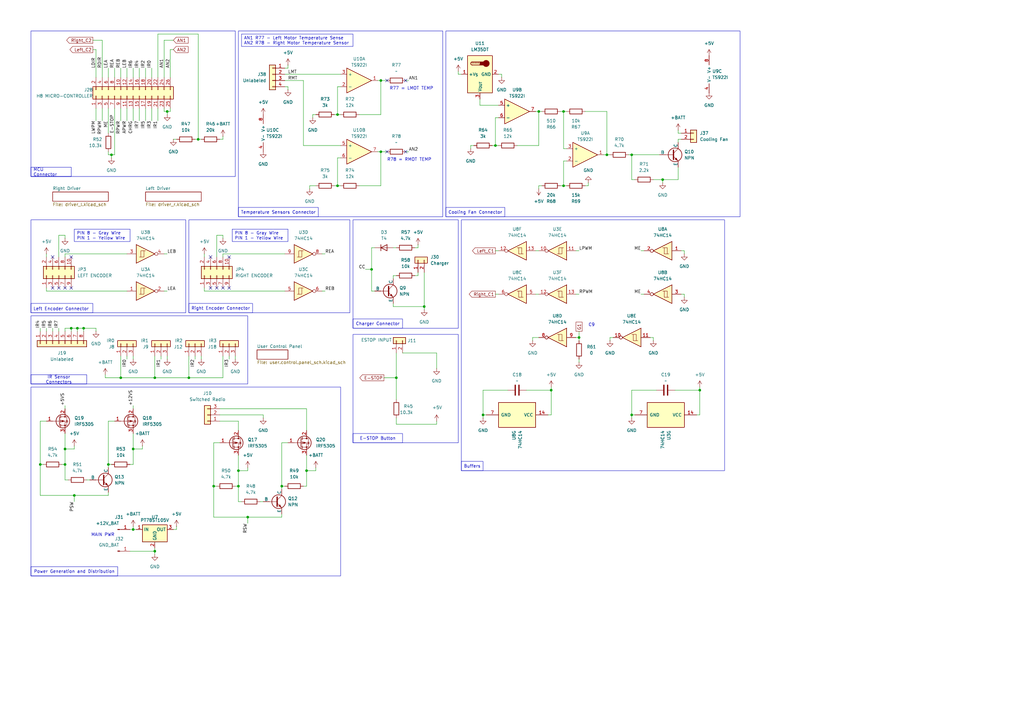
<source format=kicad_sch>
(kicad_sch (version 20250114) (generator "eeschema") (generator_version "9.0")
  (paper "A3")
  (title_block (title "Pioneer 3-DX Motor Control Board") (date "2025-02-20") (rev "INDEV") (company "CC0-1.0 License") (comment 1 "ELC1587 - REV.H 11/03") (comment 2 "Copyright (c) 2003 ActivMedia Robotics, LLC"))
  (rectangle (start 144.78 137.16) (end 187.96 181.61))
  (rectangle (start 144.78 90.17) (end 187.96 134.62))
  (rectangle (start 12.7 90.17) (end 76.2 128.27))
  (rectangle (start 182.88 12.7) (end 303.53 88.9))
  (rectangle (start 12.7 129.54) (end 101.6 157.48))
  (rectangle (start 97.79 12.7) (end 181.61 88.9))
  (rectangle (start 12.7 158.75) (end 139.7 236.22))
  (rectangle (start 189.23 90.17) (end 297.18 193.04))
  (rectangle (start 12.7 12.7) (end 96.52 72.39))
  (rectangle (start 77.47 90.17) (end 143.51 128.27))
  (text "R78 = RMOT TEMP" (at 158.75 66.294 0) (effects (font (size 1.27 1.27)) (justify left bottom)))
  (text "MAIN PWR\n" (at 42.164 219.456 0) (effects (font (size 1.27 1.27))))
  (text "R77 = LMOT TEMP" (at 159.766 37.084 0) (effects (font (size 1.27 1.27)) (justify left bottom)))
  (text "C9" (at 241.3 133.35 0) (effects (font (size 1.27 1.27)) (justify left)))
  (text_box "MCU Connector\n" (at 12.7 68.58 0) (size 16.51 3.81) (margins 0.9525 0.9525 0.9525 0.9525) (effects (font (size 1.27 1.27)) (justify left)))
  (text_box "IR Sensor Connectors" (at 12.7 153.67 0) (size 22.86 3.81) (margins 0.9525 0.9525 0.9525 0.9525) (effects (font (size 1.27 1.27))))
  (text_box "Buffers" (at 189.23 189.23 0) (size 8.89 3.81) (margins 0.9525 0.9525 0.9525 0.9525) (effects (font (size 1.27 1.27)) (justify left)))
  (text_box "E-STOP Button" (at 144.78 177.8 0) (size 20.32 3.81) (margins 0.9525 0.9525 0.9525 0.9525) (effects (font (size 1.27 1.27))))
  (text_box "Right Encoder Connector\n" (at 77.47 124.46 0) (size 26.1232 3.81) (margins 0.9525 0.9525 0.9525 0.9525) (effects (font (size 1.27 1.27)) (justify left)))
  (text_box "AN1 R77 - Left Motor Temperature Sense\nAN2 R78 - Right Motor Temperature Sensor " (at 99.06 13.97 0) (size 45.72 5.08) (margins 0.9525 0.9525 0.9525 0.9525) (effects (font (size 1.27 1.27)) (justify left)))
  (text_box "PIN 8 - Gray Wire\nPIN 1 - Yellow Wire" (at 95.25 93.98 0) (size 22.86 5.08) (margins 0.9525 0.9525 0.9525 0.9525) (effects (font (size 1.27 1.27)) (justify left)))
  (text_box "Cooling Fan Connector\n" (at 182.88 85.09 0) (size 24.1879 3.81) (margins 0.9525 0.9525 0.9525 0.9525) (effects (font (size 1.27 1.27)) (justify left)))
  (text_box "Power Generation and Distribution" (at 12.7 232.41 0) (size 35.56 3.81) (margins 0.9525 0.9525 0.9525 0.9525) (effects (font (size 1.27 1.27))))
  (text_box "Left Encoder Connector" (at 12.7 124.46 0) (size 25.4 3.81) (margins 0.9525 0.9525 0.9525 0.9525) (effects (font (size 1.27 1.27)) (justify left bottom)))
  (text_box "Temperature Sensors Connector\n" (at 97.79 85.09 0) (size 32.7756 3.81) (margins 0.9525 0.9525 0.9525 0.9525) (effects (font (size 1.27 1.27)) (justify left)))
  (text_box "PIN 8 - Gray Wire\nPIN 1 - Yellow Wire" (at 30.48 93.98 0) (size 22.86 5.08) (margins 0.9525 0.9525 0.9525 0.9525) (effects (font (size 1.27 1.27)) (justify left)))
  (text_box "Charger Connector\n" (at 144.78 130.81 0) (size 20.32 3.81) (margins 0.9525 0.9525 0.9525 0.9525) (effects (font (size 1.27 1.27))))
  (junction (at 49.53 154.94))
  (junction (at 220.98 45.72))
  (junction (at 115.57 199.39))
  (junction (at 97.79 199.39))
  (junction (at 54.61 184.15))
  (junction (at 26.67 190.5))
  (junction (at 162.56 154.94))
  (junction (at 68.58 45.72))
  (junction (at 173.99 125.73))
  (junction (at 97.79 193.04))
  (junction (at 31.75 134.62))
  (junction (at 63.5 226.06))
  (junction (at 77.47 154.94))
  (junction (at 152.4 110.49))
  (junction (at 231.14 76.2))
  (junction (at 138.43 76.2))
  (junction (at 45.72 63.5))
  (junction (at 26.67 184.15))
  (junction (at 30.48 203.2))
  (junction (at 138.43 46.99))
  (junction (at 63.5 154.94))
  (junction (at 259.08 63.5))
  (junction (at 156.21 62.23))
  (junction (at 287.02 160.02))
  (junction (at 44.45 190.5))
  (junction (at 259.08 170.18))
  (junction (at 125.73 193.04))
  (junction (at 248.92 63.5))
  (junction (at 87.63 199.39))
  (junction (at 203.2 59.69))
  (junction (at 226.06 160.02))
  (junction (at 237.49 138.43))
  (junction (at 29.21 134.62))
  (junction (at 54.61 217.17))
  (junction (at 81.28 57.15))
  (junction (at 156.21 33.02))
  (junction (at 16.51 190.5))
  (junction (at 101.6 212.09))
  (junction (at 34.29 134.62))
  (junction (at 198.12 170.18))
  (junction (at 231.14 45.72))
  (junction (at 271.78 73.66))
  (no_connect (at 91.44 118.11))
  (no_connect (at 21.59 118.11))
  (no_connect (at 29.21 118.11))
  (no_connect (at 158.75 62.23))
  (no_connect (at 24.13 118.11))
  (no_connect (at 21.59 105.41))
  (no_connect (at 93.98 118.11))
  (no_connect (at 158.75 33.02))
  (no_connect (at 29.21 105.41))
  (no_connect (at 93.98 105.41))
  (no_connect (at 88.9 118.11))
  (no_connect (at 166.37 33.02))
  (no_connect (at 86.36 118.11))
  (no_connect (at 86.36 105.41))
  (no_connect (at 166.37 62.23))
  (no_connect (at 26.67 118.11))
  (wire (pts (xy 49.53 146.05) (xy 49.53 154.94)))
  (wire (pts (xy 69.85 45.72) (xy 69.85 44.45)))
  (wire (pts (xy 187.96 29.21) (xy 187.96 30.48)))
  (wire (pts (xy 152.4 101.6) (xy 152.4 110.49)))
  (wire (pts (xy 220.98 120.65) (xy 219.71 120.65)))
  (wire (pts (xy 31.75 134.62) (xy 31.75 135.89)))
  (wire (pts (xy 24.13 96.52) (xy 26.67 96.52)))
  (wire (pts (xy 138.43 64.77) (xy 138.43 76.2)))
  (wire (pts (xy 171.45 100.33) (xy 171.45 101.6)))
  (wire (pts (xy 203.2 48.26) (xy 203.2 59.69)))
  (wire (pts (xy 161.29 114.3) (xy 161.29 113.03)))
  (wire (pts (xy 91.44 105.41) (xy 91.44 104.14)))
  (wire (pts (xy 26.67 166.37) (xy 26.67 167.64)))
  (wire (pts (xy 226.06 158.75) (xy 226.06 160.02)))
  (wire (pts (xy 53.34 226.06) (xy 63.5 226.06)))
  (wire (pts (xy 54.61 184.15) (xy 54.61 190.5)))
  (wire (pts (xy 267.97 138.43) (xy 267.97 139.7)))
  (wire (pts (xy 229.87 45.72) (xy 231.14 45.72)))
  (wire (pts (xy 80.01 147.32) (xy 80.01 146.05)))
  (wire (pts (xy 204.47 30.48) (xy 205.74 30.48)))
  (wire (pts (xy 125.73 199.39) (xy 124.46 199.39)))
  (wire (pts (xy 203.2 48.26) (xy 204.47 48.26)))
  (wire (pts (xy 193.04 59.69) (xy 194.31 59.69)))
  (wire (pts (xy 203.2 120.65) (xy 204.47 120.65)))
  (wire (pts (xy 259.08 63.5) (xy 270.51 63.5)))
  (wire (pts (xy 161.29 125.73) (xy 161.29 124.46)))
  (wire (pts (xy 54.61 190.5) (xy 53.34 190.5)))
  (wire (pts (xy 166.37 33.02) (xy 167.64 33.02)))
  (wire (pts (xy 64.77 13.97) (xy 81.28 13.97)))
  (wire (pts (xy 35.56 196.85) (xy 36.83 196.85)))
  (wire (pts (xy 64.77 31.75) (xy 64.77 13.97)))
  (wire (pts (xy 115.57 181.61) (xy 118.11 181.61)))
  (wire (pts (xy 24.13 96.52) (xy 24.13 105.41)))
  (wire (pts (xy 77.47 146.05) (xy 77.47 154.94)))
  (wire (pts (xy 97.79 172.72) (xy 97.79 176.53)))
  (wire (pts (xy 125.73 193.04) (xy 125.73 199.39)))
  (wire (pts (xy 39.37 135.89) (xy 39.37 134.62)))
  (wire (pts (xy 262.89 120.65) (xy 264.16 120.65)))
  (wire (pts (xy 237.49 139.7) (xy 237.49 138.43)))
  (wire (pts (xy 63.5 154.94) (xy 77.47 154.94)))
  (wire (pts (xy 90.17 57.15) (xy 91.44 57.15)))
  (wire (pts (xy 115.57 181.61) (xy 115.57 199.39)))
  (wire (pts (xy 171.45 113.03) (xy 170.18 113.03)))
  (wire (pts (xy 43.18 154.94) (xy 49.53 154.94)))
  (wire (pts (xy 68.58 119.38) (xy 67.31 119.38)))
  (wire (pts (xy 240.03 45.72) (xy 248.92 45.72)))
  (wire (pts (xy 196.85 43.18) (xy 196.85 40.64)))
  (wire (pts (xy 259.08 171.45) (xy 259.08 170.18)))
  (wire (pts (xy 248.92 45.72) (xy 248.92 63.5)))
  (wire (pts (xy 19.05 119.38) (xy 52.07 119.38)))
  (wire (pts (xy 237.49 102.87) (xy 236.22 102.87)))
  (wire (pts (xy 39.37 44.45) (xy 39.37 49.53)))
  (wire (pts (xy 278.13 54.61) (xy 278.13 53.34)))
  (wire (pts (xy 107.95 171.45) (xy 107.95 170.18)))
  (wire (pts (xy 54.61 217.17) (xy 55.88 217.17)))
  (wire (pts (xy 54.61 147.32) (xy 54.61 146.05)))
  (wire (pts (xy 231.14 66.04) (xy 232.41 66.04)))
  (wire (pts (xy 127 76.2) (xy 129.54 76.2)))
  (wire (pts (xy 16.51 190.5) (xy 17.78 190.5)))
  (wire (pts (xy 26.67 184.15) (xy 30.48 184.15)))
  (wire (pts (xy 257.81 63.5) (xy 259.08 63.5)))
  (wire (pts (xy 241.3 74.93) (xy 241.3 76.2)))
  (wire (pts (xy 279.4 57.15) (xy 278.13 57.15)))
  (wire (pts (xy 237.49 120.65) (xy 236.22 120.65)))
  (wire (pts (xy 26.67 104.14) (xy 52.07 104.14)))
  (wire (pts (xy 49.53 44.45) (xy 49.53 49.53)))
  (wire (pts (xy 266.7 138.43) (xy 267.97 138.43)))
  (wire (pts (xy 41.91 49.53) (xy 41.91 44.45)))
  (wire (pts (xy 26.67 135.89) (xy 26.67 134.62)))
  (wire (pts (xy 138.43 46.99) (xy 137.16 46.99)))
  (wire (pts (xy 81.28 57.15) (xy 81.28 13.97)))
  (wire (pts (xy 83.82 104.14) (xy 83.82 105.41)))
  (wire (pts (xy 57.15 27.94) (xy 57.15 31.75)))
  (wire (pts (xy 26.67 177.8) (xy 26.67 184.15)))
  (wire (pts (xy 106.68 205.74) (xy 107.95 205.74)))
  (wire (pts (xy 237.49 138.43) (xy 237.49 135.89)))
  (wire (pts (xy 68.58 104.14) (xy 67.31 104.14)))
  (wire (pts (xy 31.75 134.62) (xy 34.29 134.62)))
  (wire (pts (xy 71.12 20.32) (xy 69.85 20.32)))
  (wire (pts (xy 16.51 134.62) (xy 16.51 135.89)))
  (wire (pts (xy 64.77 49.53) (xy 64.77 44.45)))
  (wire (pts (xy 124.46 59.69) (xy 124.46 33.02)))
  (wire (pts (xy 208.28 160.02) (xy 198.12 160.02)))
  (wire (pts (xy 97.79 199.39) (xy 97.79 205.74)))
  (wire (pts (xy 88.9 96.52) (xy 88.9 105.41)))
  (wire (pts (xy 278.13 68.58) (xy 278.13 73.66)))
  (wire (pts (xy 241.3 76.2) (xy 240.03 76.2)))
  (wire (pts (xy 52.07 147.32) (xy 52.07 146.05)))
  (wire (pts (xy 118.11 27.94) (xy 116.84 27.94)))
  (wire (pts (xy 220.98 45.72) (xy 219.71 45.72)))
  (wire (pts (xy 259.08 73.66) (xy 260.35 73.66)))
  (wire (pts (xy 149.86 110.49) (xy 152.4 110.49)))
  (wire (pts (xy 204.47 59.69) (xy 203.2 59.69)))
  (wire (pts (xy 125.73 193.04) (xy 129.54 193.04)))
  (wire (pts (xy 30.48 203.2) (xy 30.48 205.74)))
  (wire (pts (xy 87.63 199.39) (xy 87.63 212.09)))
  (wire (pts (xy 116.84 33.02) (xy 124.46 33.02)))
  (wire (pts (xy 69.85 20.32) (xy 69.85 31.75)))
  (wire (pts (xy 212.09 59.69) (xy 220.98 59.69)))
  (wire (pts (xy 278.13 57.15) (xy 278.13 58.42)))
  (wire (pts (xy 115.57 199.39) (xy 116.84 199.39)))
  (wire (pts (xy 34.29 135.89) (xy 34.29 134.62)))
  (wire (pts (xy 287.02 170.18) (xy 287.02 160.02)))
  (wire (pts (xy 231.14 60.96) (xy 231.14 45.72)))
  (wire (pts (xy 90.17 167.64) (xy 125.73 167.64)))
  (wire (pts (xy 91.44 104.14) (xy 116.84 104.14)))
  (wire (pts (xy 27.94 196.85) (xy 26.67 196.85)))
  (wire (pts (xy 19.05 134.62) (xy 19.05 135.89)))
  (wire (pts (xy 45.72 63.5) (xy 44.45 63.5)))
  (wire (pts (xy 220.98 59.69) (xy 220.98 45.72)))
  (wire (pts (xy 231.14 76.2) (xy 232.41 76.2)))
  (wire (pts (xy 154.94 62.23) (xy 156.21 62.23)))
  (wire (pts (xy 26.67 184.15) (xy 26.67 190.5)))
  (wire (pts (xy 156.21 33.02) (xy 154.94 33.02)))
  (wire (pts (xy 156.21 33.02) (xy 158.75 33.02)))
  (wire (pts (xy 53.34 217.17) (xy 54.61 217.17)))
  (wire (pts (xy 38.1 16.51) (xy 41.91 16.51)))
  (wire (pts (xy 250.19 138.43) (xy 251.46 138.43)))
  (wire (pts (xy 198.12 160.02) (xy 198.12 170.18)))
  (wire (pts (xy 118.11 35.56) (xy 116.84 35.56)))
  (wire (pts (xy 41.91 16.51) (xy 41.91 31.75)))
  (wire (pts (xy 91.44 96.52) (xy 91.44 97.79)))
  (wire (pts (xy 179.07 144.78) (xy 179.07 151.13)))
  (wire (pts (xy 118.11 36.83) (xy 118.11 35.56)))
  (wire (pts (xy 30.48 184.15) (xy 30.48 182.88)))
  (wire (pts (xy 67.31 45.72) (xy 68.58 45.72)))
  (wire (pts (xy 262.89 102.87) (xy 264.16 102.87)))
  (wire (pts (xy 68.58 46.99) (xy 68.58 45.72)))
  (wire (pts (xy 118.11 26.67) (xy 118.11 27.94)))
  (wire (pts (xy 271.78 73.66) (xy 278.13 73.66)))
  (wire (pts (xy 21.59 134.62) (xy 21.59 135.89)))
  (wire (pts (xy 287.02 170.18) (xy 285.75 170.18)))
  (wire (pts (xy 196.85 43.18) (xy 204.47 43.18)))
  (wire (pts (xy 71.12 16.51) (xy 67.31 16.51)))
  (wire (pts (xy 99.06 205.74) (xy 97.79 205.74)))
  (wire (pts (xy 278.13 54.61) (xy 279.4 54.61)))
  (wire (pts (xy 219.71 102.87) (xy 220.98 102.87)))
  (wire (pts (xy 166.37 62.23) (xy 167.64 62.23)))
  (wire (pts (xy 101.6 212.09) (xy 115.57 212.09)))
  (wire (pts (xy 44.45 27.94) (xy 44.45 31.75)))
  (wire (pts (xy 139.7 76.2) (xy 138.43 76.2)))
  (wire (pts (xy 215.9 160.02) (xy 226.06 160.02)))
  (wire (pts (xy 93.98 147.32) (xy 93.98 146.05)))
  (wire (pts (xy 67.31 44.45) (xy 67.31 45.72)))
  (wire (pts (xy 259.08 63.5) (xy 259.08 73.66)))
  (wire (pts (xy 49.53 27.94) (xy 49.53 31.75)))
  (wire (pts (xy 203.2 59.69) (xy 201.93 59.69)))
  (wire (pts (xy 101.6 212.09) (xy 101.6 214.63)))
  (wire (pts (xy 162.56 154.94) (xy 162.56 163.83)))
  (wire (pts (xy 44.45 172.72) (xy 46.99 172.72)))
  (wire (pts (xy 71.12 217.17) (xy 72.39 217.17)))
  (wire (pts (xy 156.21 46.99) (xy 156.21 33.02)))
  (wire (pts (xy 83.82 119.38) (xy 116.84 119.38)))
  (wire (pts (xy 80.01 57.15) (xy 81.28 57.15)))
  (wire (pts (xy 220.98 76.2) (xy 222.25 76.2)))
  (wire (pts (xy 97.79 193.04) (xy 101.6 193.04)))
  (wire (pts (xy 152.4 110.49) (xy 152.4 119.38)))
  (wire (pts (xy 124.46 59.69) (xy 139.7 59.69)))
  (wire (pts (xy 87.63 181.61) (xy 90.17 181.61)))
  (wire (pts (xy 24.13 134.62) (xy 24.13 135.89)))
  (wire (pts (xy 62.23 27.94) (xy 62.23 31.75)))
  (wire (pts (xy 129.54 191.77) (xy 129.54 193.04)))
  (wire (pts (xy 128.27 46.99) (xy 129.54 46.99)))
  (wire (pts (xy 29.21 134.62) (xy 29.21 135.89)))
  (wire (pts (xy 97.79 199.39) (xy 96.52 199.39)))
  (wire (pts (xy 63.5 227.33) (xy 63.5 226.06)))
  (wire (pts (xy 179.07 144.78) (xy 165.1 144.78)))
  (wire (pts (xy 173.99 125.73) (xy 173.99 111.76)))
  (wire (pts (xy 267.97 73.66) (xy 271.78 73.66)))
  (wire (pts (xy 279.4 120.65) (xy 280.67 120.65)))
  (wire (pts (xy 44.45 44.45) (xy 44.45 54.61)))
  (wire (pts (xy 138.43 64.77) (xy 139.7 64.77)))
  (wire (pts (xy 205.74 30.48) (xy 205.74 31.75)))
  (wire (pts (xy 161.29 113.03) (xy 162.56 113.03)))
  (wire (pts (xy 66.04 147.32) (xy 66.04 146.05)))
  (wire (pts (xy 203.2 102.87) (xy 204.47 102.87)))
  (wire (pts (xy 173.99 125.73) (xy 161.29 125.73)))
  (wire (pts (xy 259.08 160.02) (xy 259.08 170.18)))
  (wire (pts (xy 280.67 120.65) (xy 280.67 121.92)))
  (wire (pts (xy 179.07 173.99) (xy 179.07 172.72)))
  (wire (pts (xy 87.63 199.39) (xy 88.9 199.39)))
  (wire (pts (xy 156.21 76.2) (xy 156.21 62.23)))
  (wire (pts (xy 77.47 154.94) (xy 91.44 154.94)))
  (wire (pts (xy 157.48 154.94) (xy 162.56 154.94)))
  (wire (pts (xy 279.4 102.87) (xy 280.67 102.87)))
  (wire (pts (xy 57.15 49.53) (xy 57.15 44.45)))
  (wire (pts (xy 115.57 212.09) (xy 115.57 210.82)))
  (wire (pts (xy 259.08 170.18) (xy 260.35 170.18)))
  (wire (pts (xy 187.96 30.48) (xy 189.23 30.48)))
  (wire (pts (xy 280.67 102.87) (xy 280.67 104.14)))
  (wire (pts (xy 156.21 62.23) (xy 158.75 62.23)))
  (wire (pts (xy 161.29 101.6) (xy 162.56 101.6)))
  (wire (pts (xy 269.24 160.02) (xy 259.08 160.02)))
  (wire (pts (xy 128.27 48.26) (xy 128.27 46.99)))
  (wire (pts (xy 88.9 96.52) (xy 91.44 96.52)))
  (wire (pts (xy 226.06 160.02) (xy 226.06 170.18)))
  (wire (pts (xy 46.99 27.94) (xy 46.99 31.75)))
  (wire (pts (xy 276.86 160.02) (xy 287.02 160.02)))
  (wire (pts (xy 97.79 186.69) (xy 97.79 193.04)))
  (wire (pts (xy 59.69 49.53) (xy 59.69 44.45)))
  (wire (pts (xy 125.73 167.64) (xy 125.73 176.53)))
  (wire (pts (xy 16.51 172.72) (xy 19.05 172.72)))
  (wire (pts (xy 29.21 134.62) (xy 31.75 134.62)))
  (wire (pts (xy 43.18 153.67) (xy 43.18 154.94)))
  (wire (pts (xy 54.61 49.53) (xy 54.61 44.45)))
  (wire (pts (xy 152.4 101.6) (xy 153.67 101.6)))
  (wire (pts (xy 46.99 44.45) (xy 46.99 63.5)))
  (wire (pts (xy 83.82 118.11) (xy 83.82 119.38)))
  (wire (pts (xy 232.41 60.96) (xy 231.14 60.96)))
  (wire (pts (xy 162.56 171.45) (xy 162.56 173.99)))
  (wire (pts (xy 138.43 35.56) (xy 139.7 35.56)))
  (wire (pts (xy 127 77.47) (xy 127 76.2)))
  (wire (pts (xy 82.55 147.32) (xy 82.55 146.05)))
  (wire (pts (xy 87.63 181.61) (xy 87.63 199.39)))
  (wire (pts (xy 91.44 55.88) (xy 91.44 57.15)))
  (wire (pts (xy 54.61 184.15) (xy 58.42 184.15)))
  (wire (pts (xy 107.95 170.18) (xy 90.17 170.18)))
  (wire (pts (xy 132.08 119.38) (xy 133.35 119.38)))
  (wire (pts (xy 271.78 74.93) (xy 271.78 73.66)))
  (wire (pts (xy 220.98 77.47) (xy 220.98 76.2)))
  (wire (pts (xy 81.28 57.15) (xy 82.55 57.15)))
  (wire (pts (xy 44.45 190.5) (xy 45.72 190.5)))
  (wire (pts (xy 116.84 30.48) (xy 139.7 30.48)))
  (wire (pts (xy 250.19 139.7) (xy 250.19 138.43)))
  (wire (pts (xy 54.61 166.37) (xy 54.61 167.64)))
  (wire (pts (xy 198.12 170.18) (xy 199.39 170.18)))
  (wire (pts (xy 72.39 57.15) (xy 71.12 57.15)))
  (wire (pts (xy 26.67 134.62) (xy 29.21 134.62)))
  (wire (pts (xy 152.4 119.38) (xy 153.67 119.38)))
  (wire (pts (xy 96.52 147.32) (xy 96.52 146.05)))
  (wire (pts (xy 87.63 212.09) (xy 101.6 212.09)))
  (wire (pts (xy 63.5 146.05) (xy 63.5 154.94)))
  (wire (pts (xy 54.61 27.94) (xy 54.61 31.75)))
  (wire (pts (xy 19.05 104.14) (xy 19.05 105.41)))
  (wire (pts (xy 132.08 104.14) (xy 133.35 104.14)))
  (wire (pts (xy 218.44 138.43) (xy 220.98 138.43)))
  (wire (pts (xy 198.12 170.18) (xy 198.12 171.45)))
  (wire (pts (xy 19.05 118.11) (xy 19.05 119.38)))
  (wire (pts (xy 38.1 20.32) (xy 39.37 20.32)))
  (wire (pts (xy 90.17 172.72) (xy 97.79 172.72)))
  (wire (pts (xy 49.53 154.94) (xy 63.5 154.94)))
  (wire (pts (xy 226.06 170.18) (xy 224.79 170.18)))
  (wire (pts (xy 171.45 111.76) (xy 171.45 113.03)))
  (wire (pts (xy 179.07 173.99) (xy 162.56 173.99)))
  (wire (pts (xy 72.39 215.9) (xy 72.39 217.17)))
  (wire (pts (xy 147.32 46.99) (xy 156.21 46.99)))
  (wire (pts (xy 58.42 182.88) (xy 58.42 184.15)))
  (wire (pts (xy 16.51 203.2) (xy 30.48 203.2)))
  (wire (pts (xy 16.51 172.72) (xy 16.51 190.5)))
  (wire (pts (xy 44.45 191.77) (xy 44.45 190.5)))
  (wire (pts (xy 44.45 203.2) (xy 44.45 201.93)))
  (wire (pts (xy 26.67 190.5) (xy 26.67 196.85)))
  (wire (pts (xy 44.45 62.23) (xy 44.45 63.5)))
  (wire (pts (xy 68.58 45.72) (xy 69.85 45.72)))
  (wire (pts (xy 162.56 144.78) (xy 162.56 154.94)))
  (wire (pts (xy 54.61 177.8) (xy 54.61 184.15)))
  (wire (pts (xy 237.49 138.43) (xy 236.22 138.43)))
  (wire (pts (xy 173.99 127) (xy 173.99 125.73)))
  (wire (pts (xy 54.61 215.9) (xy 54.61 217.17)))
  (wire (pts (xy 67.31 16.51) (xy 67.31 31.75)))
  (wire (pts (xy 237.49 147.32) (xy 237.49 148.59)))
  (wire (pts (xy 218.44 139.7) (xy 218.44 138.43)))
  (wire (pts (xy 287.02 160.02) (xy 287.02 158.75)))
  (wire (pts (xy 59.69 27.94) (xy 59.69 31.75)))
  (wire (pts (xy 91.44 146.05) (xy 91.44 154.94)))
  (wire (pts (xy 147.32 76.2) (xy 156.21 76.2)))
  (wire (pts (xy 52.07 27.94) (xy 52.07 31.75)))
  (wire (pts (xy 63.5 226.06) (xy 63.5 224.79)))
  (wire (pts (xy 248.92 63.5) (xy 250.19 63.5)))
  (wire (pts (xy 68.58 147.32) (xy 68.58 146.05)))
  (wire (pts (xy 231.14 76.2) (xy 231.14 66.04)))
  (wire (pts (xy 26.67 190.5) (xy 25.4 190.5)))
  (wire (pts (xy 39.37 20.32) (xy 39.37 31.75)))
  (wire (pts (xy 222.25 45.72) (xy 220.98 45.72)))
  (wire (pts (xy 138.43 76.2) (xy 137.16 76.2)))
  (wire (pts (xy 229.87 76.2) (xy 231.14 76.2)))
  (wire (pts (xy 45.72 63.5) (xy 45.72 64.77)))
  (wire (pts (xy 16.51 190.5) (xy 16.51 203.2)))
  (wire (pts (xy 101.6 193.04) (xy 101.6 191.77)))
  (wire (pts (xy 26.67 105.41) (xy 26.67 104.14)))
  (wire (pts (xy 248.92 63.5) (xy 247.65 63.5)))
  (wire (pts (xy 46.99 63.5) (xy 45.72 63.5)))
  (wire (pts (xy 26.67 96.52) (xy 26.67 97.79)))
  (wire (pts (xy 125.73 186.69) (xy 125.73 193.04)))
  (wire (pts (xy 138.43 35.56) (xy 138.43 46.99)))
  (wire (pts (xy 193.04 60.96) (xy 193.04 59.69)))
  (wire (pts (xy 115.57 200.66) (xy 115.57 199.39)))
  (wire (pts (xy 231.14 45.72) (xy 232.41 45.72)))
  (wire (pts (xy 62.23 49.53) (xy 62.23 44.45)))
  (wire (pts (xy 44.45 172.72) (xy 44.45 190.5)))
  (wire (pts (xy 30.48 203.2) (xy 44.45 203.2)))
  (wire (pts (xy 39.37 134.62) (xy 34.29 134.62)))
  (wire (pts (xy 97.79 193.04) (xy 97.79 199.39)))
  (wire (pts (xy 139.7 46.99) (xy 138.43 46.99)))
  (wire (pts (xy 171.45 101.6) (xy 170.18 101.6)))
  (wire (pts (xy 52.07 44.45) (xy 52.07 49.53)))
  (label "LMT" (at 118.11 30.48 0))
  (label "+12VS" (at 54.61 166.37 90))
  (label "IR5" (at 19.05 134.62 90))
  (label "IR6" (at 54.61 27.94 90))
  (label "LPWM" (at 237.49 102.87 0))
  (label "AN2" (at 69.85 27.94 90))
  (label "IR1" (at 66.04 147.32 270))
  (label "LEA" (at 68.58 119.38 0))
  (label "RMT" (at 118.11 33.02 0))
  (label "LEB" (at 52.07 27.94 90))
  (label "ME" (at 262.89 102.87 180))
  (label "IR4" (at 57.15 27.94 90))
  (label "IR0" (at 62.23 27.94 90))
  (label "RPWM" (at 237.49 120.65 0))
  (label "CC" (at 149.86 110.49 180))
  (label "REB" (at 49.53 27.94 90))
  (label "RDIR" (at 41.91 27.94 90))
  (label "CHRG" (at 54.61 49.53 270))
  (label "IR7" (at 57.15 49.53 270))
  (label "ME" (at 262.89 120.65 180))
  (label "RPWM" (at 41.91 49.53 270))
  (label "AN2" (at 167.64 62.23 0))
  (label "IR5" (at 59.69 49.53 270))
  (label "LDIR" (at 39.37 27.94 90))
  (label "IR6" (at 21.59 134.62 90))
  (label "IR4" (at 16.51 134.62 90))
  (label "IR1" (at 64.77 49.53 270))
  (label "REA" (at 46.99 27.94 90))
  (label "IR7" (at 24.13 134.62 90))
  (label "+5VS" (at 26.67 166.37 90))
  (label "AN1" (at 167.64 33.02 0))
  (label "E-STOP" (at 46.99 46.99 270))
  (label "IR2" (at 80.01 147.32 270))
  (label "IR3" (at 93.98 147.32 270))
  (label "IR0" (at 52.07 147.32 270))
  (label "RPWR" (at 49.53 49.53 270))
  (label "LWPM" (at 39.37 49.53 270))
  (label "IR2" (at 59.69 27.94 90))
  (label "APWR" (at 52.07 49.53 270))
  (label "REA" (at 133.35 104.14 0))
  (label "ME" (at 44.45 49.53 270))
  (label "LEA" (at 44.45 27.94 90))
  (label "REB" (at 133.35 119.38 0))
  (label "LEB" (at 68.58 104.14 0))
  (label "AN1" (at 67.31 27.94 90))
  (label "RSW" (at 101.6 214.63 270))
  (label "IR3" (at 62.23 49.53 270))
  (label "PSW" (at 30.48 205.74 270))
  (global_label "Right_C2" (shape output) (at 38.1 16.51 180) (property "Intersheetrefs" "${INTERSHEET_REFS}" (effects (hide yes))))
  (global_label "Right_C1" (shape output) (at 203.2 120.65 180) (property "Intersheetrefs" "${INTERSHEET_REFS}" (effects (hide yes))))
  (global_label "E-STOP" (shape output) (at 157.48 154.94 180) (property "Intersheetrefs" "${INTERSHEET_REFS}" (effects (hide yes))))
  (global_label "Left_C1" (shape output) (at 203.2 102.87 180) (property "Intersheetrefs" "${INTERSHEET_REFS}" (effects (hide yes))))
  (global_label "AN1" (shape input) (at 71.12 16.51 0) (property "Intersheetrefs" "${INTERSHEET_REFS}" (effects (hide yes))))
  (global_label "Left_C2" (shape output) (at 38.1 20.32 180) (property "Intersheetrefs" "${INTERSHEET_REFS}" (effects (hide yes))))
  (global_label "AN2" (shape input) (at 71.12 20.32 0) (property "Intersheetrefs" "${INTERSHEET_REFS}" (effects (hide yes))))
  (global_label "G1" (shape passive) (at 237.49 135.89 90) (property "Intersheetrefs" "${INTERSHEET_REFS}" (effects (hide yes))))
  (symbol (lib_id "Device:R") (at 76.2 57.15 90) (unit 1)
    (property "Reference" "R47" (at 76.2 50.8 90))
    (property "Value" "10k" (at 76.2 53.34 90))
    (property "Description" "Resistor" (effects (hide yes)))
  )
  (symbol (lib_id "power:+BATT") (at 129.54 191.77 0) (unit 1)
    (property "Reference" "#PWR026" (effects (hide yes)))
    (property "Value" "+BATT" (at 129.54 186.69 0))
    (property "Description" "Power symbol creates a global label with name \"+BATT\"" (effects (hide yes)))
  )
  (symbol (lib_id "Pioneer:PT78ST105V") (at 63.5 218.44 0) (unit 1)
    (property "Reference" "U7" (at 63.5 212.09 0))
    (property "Value" "PT78ST105V" (at 63.5 213.36 0))
    (property "Datasheet" "https://mm.digikey.com/Volume0/opasdata/d220001/medias/docus/1/PT78ST100.pdf" (effects (hide yes)))
  )
  (symbol (lib_id "74xx:74HC14") (at 228.6 102.87 180) (unit 5)
    (property "Reference" "U3" (at 228.6 93.98 0))
    (property "Value" "74HC14" (at 228.6 96.52 0))
    (property "Footprint" "Package_DIP:DIP-14_W7.62mm_SMDSocket_SmallPads" (effects (hide yes)))
    (property "Datasheet" "http://www.ti.com/lit/gpn/sn74HC14" (effects (hide yes)))
    (property "Description" "Hex inverter schmitt trigger" (effects (hide yes)))
  )
  (symbol (lib_id "Connector_Generic:Conn_01x04") (at 111.76 30.48 0) (mirror y) (unit 1)
    (property "Reference" "J38" (at 109.22 30.4799 0) (effects (justify left)))
    (property "Value" "Unlabeled" (at 109.22 33.0199 0) (effects (justify left)))
    (property "Description" "Generic connector, single row, 01x04, script generated (kicad-library-utils/schlib/autogen/connector/)" (effects (hide yes)))
  )
  (symbol (lib_id "Device:R") (at 166.37 101.6 90) (unit 1)
    (property "Reference" "R57" (at 166.37 95.25 90))
    (property "Value" "4.7k" (at 166.37 97.79 90))
    (property "Description" "Resistor" (effects (hide yes)))
  )
  (symbol (lib_id "Device:R") (at 162.56 33.02 90) (unit 1)
    (property "Reference" "R77" (at 162.56 26.67 90))
    (property "Value" "~" (at 162.56 29.21 90))
    (property "Description" "Resistor" (effects (hide yes)))
  )
  (symbol (lib_id "power:GND") (at 128.27 48.26 0) (mirror y) (unit 1)
    (property "Reference" "#PWR063" (effects (hide yes)))
    (property "Value" "GND" (at 128.27 53.34 0))
    (property "Description" "Power symbol creates a global label with name \"GND\" , ground" (effects (hide yes)))
  )
  (symbol (lib_id "Device:C") (at 273.05 160.02 90) (unit 1)
    (property "Reference" "C19" (at 273.05 153.67 90))
    (property "Value" "~" (at 273.05 156.21 90))
    (property "Description" "Unpolarized capacitor" (effects (hide yes)))
  )
  (symbol (lib_id "power:+5V") (at 290.83 22.86 0) (unit 1)
    (property "Reference" "#PWR068" (effects (hide yes)))
    (property "Value" "+5V" (at 290.83 17.78 0))
    (property "Description" "Power symbol creates a global label with name \"+5V\"" (effects (hide yes)))
  )
  (symbol (lib_id "power:GND") (at 118.11 36.83 0) (unit 1)
    (property "Reference" "#PWR060" (effects (hide yes)))
    (property "Value" "GND" (at 118.11 41.91 0))
    (property "Description" "Power symbol creates a global label with name \"GND\" , ground" (effects (hide yes)))
  )
  (symbol (lib_id "power:+5V") (at 179.07 172.72 0) (unit 1)
    (property "Reference" "#PWR078" (effects (hide yes)))
    (property "Value" "+5V" (at 179.324 167.132 0))
    (property "Description" "Power symbol creates a global label with name \"+5V\"" (effects (hide yes)))
  )
  (symbol (lib_id "Device:R") (at 236.22 45.72 270) (unit 1)
    (property "Reference" "R67" (at 236.22 52.07 90))
    (property "Value" "10k" (at 236.22 49.53 90))
    (property "Description" "Resistor" (effects (hide yes)))
  )
  (symbol (lib_id "Device:R") (at 162.56 167.64 0) (mirror y) (unit 1)
    (property "Reference" "R45" (at 169.418 166.624 0) (effects (justify left)))
    (property "Value" "10.3k" (at 169.418 169.164 0) (effects (justify left)))
    (property "Description" "Resistor" (effects (hide yes)))
  )
  (symbol (lib_id "Device:R") (at 264.16 73.66 90) (unit 1)
    (property "Reference" "R71" (at 264.16 67.31 90))
    (property "Value" "2.2k" (at 264.16 69.85 90))
    (property "Description" "Resistor" (effects (hide yes)))
  )
  (symbol (lib_id "Connector_Generic:Conn_01x08") (at 24.13 140.97 90) (mirror x) (unit 1)
    (property "Reference" "J19" (at 25.4 144.78 90))
    (property "Value" "Unlabeled" (at 25.4 147.32 90))
    (property "Description" "Generic connector, single row, 01x08, script generated (kicad-library-utils/schlib/autogen/connector/)" (effects (hide yes)))
  )
  (symbol (lib_id "power:GND") (at 179.07 151.13 0) (unit 1)
    (property "Reference" "#PWR079" (effects (hide yes)))
    (property "Value" "GND" (at 179.07 156.21 0))
    (property "Description" "Power symbol creates a global label with name \"GND\" , ground" (effects (hide yes)))
  )
  (symbol (lib_id "Device:R") (at 21.59 190.5 90) (unit 1)
    (property "Reference" "R54" (at 21.59 184.15 90))
    (property "Value" "4.7k" (at 21.59 186.69 90))
    (property "Description" "Resistor" (effects (hide yes)))
  )
  (symbol (lib_id "74xx:74HC14") (at 212.09 102.87 0) (mirror y) (unit 6)
    (property "Reference" "U8" (at 212.09 93.98 0))
    (property "Value" "74HC14" (at 212.09 96.52 0))
    (property "Datasheet" "http://www.ti.com/lit/gpn/sn74HC14" (effects (hide yes)))
    (property "Description" "Hex inverter schmitt trigger" (effects (hide yes)))
  )
  (symbol (lib_id "74xx:74HC14") (at 273.05 170.18 270) (unit 7)
    (property "Reference" "U3" (at 274.3201 176.53 0) (effects (justify left)))
    (property "Value" "74HC14" (at 271.7801 176.53 0) (effects (justify left)))
    (property "Footprint" "Package_DIP:DIP-14_W7.62mm_SMDSocket_SmallPads" (effects (hide yes)))
    (property "Datasheet" "http://www.ti.com/lit/gpn/sn74HC14" (effects (hide yes)))
    (property "Description" "Hex inverter schmitt trigger" (effects (hide yes)))
  )
  (symbol (lib_id "Connector:Conn_01x01_Pin") (at 48.26 217.17 0) (unit 1)
    (property "Reference" "J31" (at 48.895 212.09 0))
    (property "Value" "+12V_BAT" (at 48.895 214.63 0) (effects (justify right)))
    (property "Description" "Generic connector, single row, 01x01, script generated" (effects (hide yes)))
  )
  (symbol (lib_id "Connector_Generic:Conn_01x02") (at 171.45 106.68 90) (unit 1)
    (property "Reference" "J30" (at 176.53 105.4099 90) (effects (justify right)))
    (property "Value" "Charger" (at 176.53 107.9499 90) (effects (justify right)))
    (property "Description" "Generic connector, single row, 01x02, script generated (kicad-library-utils/schlib/autogen/connector/)" (effects (hide yes)))
  )
  (symbol (lib_id "74xx:74HC14") (at 124.46 119.38 0) (unit 3)
    (property "Reference" "U3" (at 124.46 110.49 0))
    (property "Value" "74HC14" (at 124.46 113.03 0))
    (property "Footprint" "Package_DIP:DIP-14_W7.62mm_SMDSocket_SmallPads" (effects (hide yes)))
    (property "Datasheet" "http://www.ti.com/lit/gpn/sn74HC14" (effects (hide yes)))
    (property "Description" "Hex inverter schmitt trigger" (effects (hide yes)))
  )
  (symbol (lib_id "power:GND") (at 127 77.47 0) (mirror y) (unit 1)
    (property "Reference" "#PWR064" (effects (hide yes)))
    (property "Value" "GND" (at 127 82.55 0))
    (property "Description" "Power symbol creates a global label with name \"GND\" , ground" (effects (hide yes)))
  )
  (symbol (lib_id "power:+5V") (at 187.96 29.21 0) (mirror y) (unit 1)
    (property "Reference" "#PWR071" (effects (hide yes)))
    (property "Value" "+5V" (at 187.96 24.13 0))
    (property "Description" "Power symbol creates a global label with name \"+5V\"" (effects (hide yes)))
  )
  (symbol (lib_id "Device:R") (at 237.49 143.51 0) (mirror x) (unit 1)
    (property "Reference" "R61" (at 242.57 142.24 0))
    (property "Value" "0" (at 242.57 144.78 0))
    (property "Description" "Resistor" (effects (hide yes)))
  )
  (symbol (lib_id "Pioneer:IRF5305") (at 53.34 172.72 0) (unit 1)
    (property "Reference" "Q18" (at 58.42 171.4499 0) (effects (justify left)))
    (property "Value" "IRF5305" (at 58.42 173.9899 0) (effects (justify left)))
    (property "Datasheet" "https://www.infineon.com/dgdl/Infineon-IRF5305-DataSheet-v01_01-EN.pdf?fileId=5546d462533600a4015355e370101993" (effects (hide yes)))
  )
  (symbol (lib_id "power:GND") (at 26.67 97.79 0) (unit 1)
    (property "Reference" "#PWR051" (effects (hide yes)))
    (property "Value" "GND" (at 26.67 102.87 0))
    (property "Description" "Power symbol creates a global label with name \"GND\" , ground" (effects (hide yes)))
  )
  (symbol (lib_id "power:GND") (at 96.52 147.32 0) (unit 1)
    (property "Reference" "#PWR02" (effects (hide yes)))
    (property "Value" "GND" (at 96.52 152.4 0))
    (property "Description" "Power symbol creates a global label with name \"GND\" , ground" (effects (hide yes)))
  )
  (symbol (lib_id "power:+5V") (at 101.6 191.77 0) (unit 1)
    (property "Reference" "#PWR046" (effects (hide yes)))
    (property "Value" "+5V" (at 101.6 186.69 0))
    (property "Description" "Power symbol creates a global label with name \"+5V\"" (effects (hide yes)))
  )
  (symbol (lib_id "Simulation_SPICE:NPN") (at 158.75 119.38 0) (unit 1)
    (property "Reference" "Q9" (at 163.83 118.1099 0) (effects (justify left)))
    (property "Value" "NPN" (at 163.83 120.6499 0) (effects (justify left)))
    (property "Datasheet" "https://ngspice.sourceforge.io/docs/ngspice-html-manual/manual.xhtml#cha_BJTs" (effects (hide yes)))
    (property "Description" "Bipolar transistor symbol for simulation only, substrate tied to the emitter" (effects (hide yes)))
    (property "Sim.Device" "NPN" (effects (hide yes)))
    (property "Sim.Type" "GUMMELPOON" (effects (hide yes)))
    (property "Sim.Pins" "1=C 2=B 3=E" (effects (hide yes)))
  )
  (symbol (lib_id "power:GND") (at 267.97 139.7 0) (mirror y) (unit 1)
    (property "Reference" "#PWR055" (effects (hide yes)))
    (property "Value" "GND" (at 267.97 144.78 0))
    (property "Description" "Power symbol creates a global label with name \"GND\" , ground" (effects (hide yes)))
  )
  (symbol (lib_name "Conn_01x03_2") (lib_id "Connector_Generic:Conn_01x03") (at 52.07 140.97 90) (unit 1)
    (property "Reference" "J8" (at 46.99 142.2401 90) (effects (justify left)))
    (property "Value" "IR0" (at 46.99 139.7001 90) (effects (justify left)))
    (property "Description" "Generic connector, single row, 01x03, script generated (kicad-library-utils/schlib/autogen/connector/)" (effects (hide yes)))
  )
  (symbol (lib_id "Device:R") (at 208.28 59.69 270) (mirror x) (unit 1)
    (property "Reference" "R65" (at 208.28 53.34 90))
    (property "Value" "12k" (at 208.28 55.88 90))
    (property "Description" "Resistor" (effects (hide yes)))
  )
  (symbol (lib_id "Pioneer:IRF5305") (at 96.52 181.61 0) (unit 1)
    (property "Reference" "Q17" (at 101.6 180.3399 0) (effects (justify left)))
    (property "Value" "IRF5305" (at 101.6 182.8799 0) (effects (justify left)))
    (property "Datasheet" "https://www.infineon.com/dgdl/Infineon-IRF5305-DataSheet-v01_01-EN.pdf?fileId=5546d462533600a4015355e370101993" (effects (hide yes)))
  )
  (symbol (lib_id "Device:D") (at 157.48 101.6 0) (unit 1)
    (property "Reference" "D3" (at 157.48 95.25 0))
    (property "Value" "T4" (at 157.48 97.79 0))
    (property "Description" "Diode" (effects (hide yes)))
    (property "Sim.Device" "D" (effects (hide yes)))
    (property "Sim.Pins" "1=K 2=A" (effects (hide yes)))
  )
  (symbol (lib_id "power:+5V") (at 107.95 46.99 0) (unit 1)
    (property "Reference" "#PWR057" (effects (hide yes)))
    (property "Value" "+5V" (at 107.95 41.91 0))
    (property "Description" "Power symbol creates a global label with name \"+5V\"" (effects (hide yes)))
  )
  (symbol (lib_id "Device:Opamp_Dual") (at 293.37 30.48 0) (unit 3)
    (property "Reference" "U9" (at 292.1 29.2099 0) (effects (justify left)))
    (property "Value" "TS922I" (at 292.1 31.7499 0) (effects (justify left)))
    (property "Description" "Dual operational amplifier" (effects (hide yes)))
    (property "Sim.Library" "${KICAD7_SYMBOL_DIR}/Simulation_SPICE.sp" (effects (hide yes)))
    (property "Sim.Name" "kicad_builtin_opamp_dual" (effects (hide yes)))
    (property "Sim.Device" "SUBCKT" (effects (hide yes)))
    (property "Sim.Pins" "1=out1 2=in1- 3=in1+ 4=vee 5=in2+ 6=in2- 7=out2 8=vcc" (effects (hide yes)))
  )
  (symbol (lib_id "Device:Opamp_Dual") (at 240.03 63.5 0) (unit 1)
    (property "Reference" "U9" (at 240.03 54.61 0))
    (property "Value" "TS922I" (at 240.03 57.15 0))
    (property "Description" "Dual operational amplifier" (effects (hide yes)))
    (property "Sim.Library" "${KICAD7_SYMBOL_DIR}/Simulation_SPICE.sp" (effects (hide yes)))
    (property "Sim.Name" "kicad_builtin_opamp_dual" (effects (hide yes)))
    (property "Sim.Device" "SUBCKT" (effects (hide yes)))
    (property "Sim.Pins" "1=out1 2=in1- 3=in1+ 4=vee 5=in2+ 6=in2- 7=out2 8=vcc" (effects (hide yes)))
  )
  (symbol (lib_id "power:+BATT") (at 278.13 53.34 0) (unit 1)
    (property "Reference" "#PWR029" (effects (hide yes)))
    (property "Value" "+BATT" (at 278.13 48.26 0))
    (property "Description" "Power symbol creates a global label with name \"+BATT\"" (effects (hide yes)))
  )
  (symbol (lib_id "Device:C") (at 212.09 160.02 90) (unit 1)
    (property "Reference" "C18" (at 212.09 153.67 90))
    (property "Value" "~" (at 212.09 156.21 90))
    (property "Description" "Unpolarized capacitor" (effects (hide yes)))
  )
  (symbol (lib_id "74xx:74HC14") (at 228.6 138.43 0) (mirror y) (unit 4)
    (property "Reference" "U8" (at 228.6 129.54 0))
    (property "Value" "74HC14" (at 228.6 132.08 0))
    (property "Datasheet" "http://www.ti.com/lit/gpn/sn74HC14" (effects (hide yes)))
    (property "Description" "Hex inverter schmitt trigger" (effects (hide yes)))
  )
  (symbol (lib_id "power:+5V") (at 118.11 26.67 0) (unit 1)
    (property "Reference" "#PWR059" (effects (hide yes)))
    (property "Value" "+5V" (at 118.11 21.59 0))
    (property "Description" "Power symbol creates a global label with name \"+5V\"" (effects (hide yes)))
  )
  (symbol (lib_id "power:GND") (at 241.3 74.93 0) (mirror x) (unit 1)
    (property "Reference" "#PWR072" (effects (hide yes)))
    (property "Value" "GND" (at 241.3 69.85 0))
    (property "Description" "Power symbol creates a global label with name \"GND\" , ground" (effects (hide yes)))
  )
  (symbol (lib_id "Device:Opamp_Dual") (at 212.09 45.72 0) (unit 2)
    (property "Reference" "U9" (at 212.09 36.83 0))
    (property "Value" "TS922I" (at 212.09 39.37 0))
    (property "Description" "Dual operational amplifier" (effects (hide yes)))
    (property "Sim.Library" "${KICAD7_SYMBOL_DIR}/Simulation_SPICE.sp" (effects (hide yes)))
    (property "Sim.Name" "kicad_builtin_opamp_dual" (effects (hide yes)))
    (property "Sim.Device" "SUBCKT" (effects (hide yes)))
    (property "Sim.Pins" "1=out1 2=in1- 3=in1+ 4=vee 5=in2+ 6=in2- 7=out2 8=vcc" (effects (hide yes)))
  )
  (symbol (lib_id "74xx:74HC14") (at 124.46 104.14 0) (unit 4)
    (property "Reference" "U3" (at 124.46 95.25 0))
    (property "Value" "74HC14" (at 124.46 97.79 0))
    (property "Footprint" "Package_DIP:DIP-14_W7.62mm_SMDSocket_SmallPads" (effects (hide yes)))
    (property "Datasheet" "http://www.ti.com/lit/gpn/sn74HC14" (effects (hide yes)))
    (property "Description" "Hex inverter schmitt trigger" (effects (hide yes)))
  )
  (symbol (lib_id "power:GND") (at 237.49 148.59 0) (mirror y) (unit 1)
    (property "Reference" "#PWR082" (effects (hide yes)))
    (property "Value" "GND" (at 237.49 153.67 0))
    (property "Description" "Power symbol creates a global label with name \"GND\" , ground" (effects (hide yes)))
  )
  (symbol (lib_id "power:GND") (at 107.95 62.23 0) (unit 1)
    (property "Reference" "#PWR058" (effects (hide yes)))
    (property "Value" "GND" (at 107.95 67.31 0))
    (property "Description" "Power symbol creates a global label with name \"GND\" , ground" (effects (hide yes)))
  )
  (symbol (lib_id "Connector_Generic:Conn_02x13_Odd_Even") (at 54.61 39.37 90) (unit 1)
    (property "Reference" "J28" (at 38.1 36.8299 90) (effects (justify left)))
    (property "Value" "H8 MICRO-CONTROLLER" (at 38.1 39.3699 90) (effects (justify left)))
    (property "Description" "Generic connector, double row, 02x13, odd/even pin numbering scheme (row 1 odd numbers, row 2 even numbers), script generated (kicad-library-utils/schlib/autogen/connector/)" (effects (hide yes)))
  )
  (symbol (lib_id "power:GND") (at 39.37 135.89 0) (unit 1)
    (property "Reference" "#PWR07" (effects (hide yes)))
    (property "Value" "GND" (at 39.37 140.97 0))
    (property "Description" "Power symbol creates a global label with name \"GND\" , ground" (effects (hide yes)))
  )
  (symbol (lib_id "Device:R") (at 92.71 199.39 90) (unit 1)
    (property "Reference" "R50" (at 92.71 193.04 90))
    (property "Value" "4.7k" (at 92.71 195.58 90))
    (property "Description" "Resistor" (effects (hide yes)))
  )
  (symbol (lib_id "Device:R") (at 133.35 76.2 270) (mirror x) (unit 1)
    (property "Reference" "R75" (at 133.35 69.85 90))
    (property "Value" "3k" (at 133.35 72.39 90))
    (property "Description" "Resistor" (effects (hide yes)))
  )
  (symbol (lib_id "Device:R") (at 198.12 59.69 270) (mirror x) (unit 1)
    (property "Reference" "R64" (at 198.12 53.34 90))
    (property "Value" "3k" (at 198.12 55.88 90))
    (property "Description" "Resistor" (effects (hide yes)))
  )
  (symbol (lib_id "Device:Opamp_Dual") (at 147.32 62.23 0) (unit 2)
    (property "Reference" "U10" (at 147.32 53.34 0))
    (property "Value" "TS922I" (at 147.32 55.88 0))
    (property "Description" "Dual operational amplifier" (effects (hide yes)))
    (property "Sim.Library" "${KICAD7_SYMBOL_DIR}/Simulation_SPICE.sp" (effects (hide yes)))
    (property "Sim.Name" "kicad_builtin_opamp_dual" (effects (hide yes)))
    (property "Sim.Device" "SUBCKT" (effects (hide yes)))
    (property "Sim.Pins" "1=out1 2=in1- 3=in1+ 4=vee 5=in2+ 6=in2- 7=out2 8=vcc" (effects (hide yes)))
  )
  (symbol (lib_id "74xx:74HC14") (at 228.6 120.65 0) (mirror y) (unit 6)
    (property "Reference" "U3" (at 228.6 111.76 0))
    (property "Value" "74HC14" (at 228.6 114.3 0))
    (property "Footprint" "Package_DIP:DIP-14_W7.62mm_SMDSocket_SmallPads" (effects (hide yes)))
    (property "Datasheet" "http://www.ti.com/lit/gpn/sn74HC14" (effects (hide yes)))
    (property "Description" "Hex inverter schmitt trigger" (effects (hide yes)))
  )
  (symbol (lib_id "Device:R") (at 143.51 76.2 270) (mirror x) (unit 1)
    (property "Reference" "R74" (at 143.51 69.85 90))
    (property "Value" "12k" (at 143.51 72.39 90))
    (property "Description" "Resistor" (effects (hide yes)))
  )
  (symbol (lib_id "power:GND") (at 68.58 147.32 0) (unit 1)
    (property "Reference" "#PWR05" (effects (hide yes)))
    (property "Value" "GND" (at 68.58 152.4 0))
    (property "Description" "Power symbol creates a global label with name \"GND\" , ground" (effects (hide yes)))
  )
  (symbol (lib_id "power:GND") (at 250.19 139.7 0) (mirror y) (unit 1)
    (property "Reference" "#PWR077" (effects (hide yes)))
    (property "Value" "GND" (at 250.19 144.78 0))
    (property "Description" "Power symbol creates a global label with name \"GND\" , ground" (effects (hide yes)))
  )
  (symbol (lib_id "Connector_Generic:Conn_02x05_Odd_Even") (at 88.9 113.03 90) (unit 1)
    (property "Reference" "JP4" (at 96.52 110.4899 90) (effects (justify right)))
    (property "Value" "RIGHT ENCODER" (at 96.52 113.0299 90) (effects (justify right)))
    (property "Description" "Generic connector, double row, 02x05, odd/even pin numbering scheme (row 1 odd numbers, row 2 even numbers), script generated (kicad-library-utils/schlib/autogen/connector/)" (effects (hide yes)))
  )
  (symbol (lib_id "power:+5V") (at 287.02 158.75 0) (unit 1)
    (property "Reference" "#PWR066" (effects (hide yes)))
    (property "Value" "+5V" (at 287.02 153.67 0))
    (property "Description" "Power symbol creates a global label with name \"+5V\"" (effects (hide yes)))
  )
  (symbol (lib_id "power:+BATT") (at 58.42 182.88 0) (unit 1)
    (property "Reference" "#PWR012" (effects (hide yes)))
    (property "Value" "+BATT" (at 58.42 177.8 0))
    (property "Description" "Power symbol creates a global label with name \"+BATT\"" (effects (hide yes)))
  )
  (symbol (lib_id "power:GND") (at 173.99 127 0) (unit 1)
    (property "Reference" "#PWR054" (effects (hide yes)))
    (property "Value" "GND" (at 173.99 132.08 0))
    (property "Description" "Power symbol creates a global label with name \"GND\" , ground" (effects (hide yes)))
  )
  (symbol (lib_id "Connector_Generic:Conn_02x05_Odd_Even") (at 24.13 113.03 90) (unit 1)
    (property "Reference" "JP3" (at 31.75 110.4899 90) (effects (justify right)))
    (property "Value" "LEFT ENCODER" (at 31.75 113.0299 90) (effects (justify right)))
    (property "Description" "Generic connector, double row, 02x05, odd/even pin numbering scheme (row 1 odd numbers, row 2 even numbers), script generated (kicad-library-utils/schlib/autogen/connector/)" (effects (hide yes)))
  )
  (symbol (lib_id "power:+BATT") (at 43.18 153.67 0) (unit 1)
    (property "Reference" "#PWR028" (effects (hide yes)))
    (property "Value" "+BATT" (at 43.18 148.59 0))
    (property "Description" "Power symbol creates a global label with name \"+BATT\"" (effects (hide yes)))
  )
  (symbol (lib_id "Device:R") (at 254 63.5 90) (unit 1)
    (property "Reference" "R70" (at 254 57.15 90))
    (property "Value" "4.7k" (at 254 59.69 90))
    (property "Description" "Resistor" (effects (hide yes)))
  )
  (symbol (lib_id "Device:Opamp_Dual") (at 147.32 33.02 0) (unit 1)
    (property "Reference" "U10" (at 147.32 24.13 0))
    (property "Value" "TS922I" (at 147.32 26.67 0))
    (property "Description" "Dual operational amplifier" (effects (hide yes)))
    (property "Sim.Library" "${KICAD7_SYMBOL_DIR}/Simulation_SPICE.sp" (effects (hide yes)))
    (property "Sim.Name" "kicad_builtin_opamp_dual" (effects (hide yes)))
    (property "Sim.Device" "SUBCKT" (effects (hide yes)))
    (property "Sim.Pins" "1=out1 2=in1- 3=in1+ 4=vee 5=in2+ 6=in2- 7=out2 8=vcc" (effects (hide yes)))
  )
  (symbol (lib_id "power:GND") (at 68.58 46.99 0) (unit 1)
    (property "Reference" "#PWR01" (effects (hide yes)))
    (property "Value" "GND" (at 68.58 52.07 0))
    (property "Description" "Power symbol creates a global label with name \"GND\" , ground" (effects (hide yes)))
  )
  (symbol (lib_id "Device:R") (at 226.06 45.72 270) (unit 1)
    (property "Reference" "R66" (at 226.06 52.07 90))
    (property "Value" "510" (at 226.06 49.53 90))
    (property "Description" "Resistor" (effects (hide yes)))
  )
  (symbol (lib_id "74xx:74HC14") (at 259.08 138.43 0) (mirror y) (unit 5)
    (property "Reference" "U8" (at 259.08 129.54 0))
    (property "Value" "74HC14" (at 259.08 132.08 0))
    (property "Datasheet" "http://www.ti.com/lit/gpn/sn74HC14" (effects (hide yes)))
    (property "Description" "Hex inverter schmitt trigger" (effects (hide yes)))
  )
  (symbol (lib_id "Simulation_SPICE:NPN") (at 275.59 63.5 0) (unit 1)
    (property "Reference" "Q10" (at 280.67 62.2299 0) (effects (justify left)))
    (property "Value" "NPN" (at 280.67 64.7699 0) (effects (justify left)))
    (property "Datasheet" "https://ngspice.sourceforge.io/docs/ngspice-html-manual/manual.xhtml#cha_BJTs" (effects (hide yes)))
    (property "Description" "Bipolar transistor symbol for simulation only, substrate tied to the emitter" (effects (hide yes)))
    (property "Sim.Device" "NPN" (effects (hide yes)))
    (property "Sim.Type" "GUMMELPOON" (effects (hide yes)))
    (property "Sim.Pins" "1=C 2=B 3=E" (effects (hide yes)))
  )
  (symbol (lib_id "Simulation_SPICE:NPN") (at 41.91 196.85 0) (unit 1)
    (property "Reference" "Q13" (at 46.99 195.5799 0) (effects (justify left)))
    (property "Value" "NPN" (at 46.99 198.1199 0) (effects (justify left)))
    (property "Datasheet" "https://ngspice.sourceforge.io/docs/ngspice-html-manual/manual.xhtml#cha_BJTs" (effects (hide yes)))
    (property "Description" "Bipolar transistor symbol for simulation only, substrate tied to the emitter" (effects (hide yes)))
    (property "Sim.Device" "NPN" (effects (hide yes)))
    (property "Sim.Type" "GUMMELPOON" (effects (hide yes)))
    (property "Sim.Pins" "1=C 2=B 3=E" (effects (hide yes)))
  )
  (symbol (lib_id "Device:R") (at 120.65 199.39 90) (unit 1)
    (property "Reference" "R49" (at 120.65 193.04 90))
    (property "Value" "10k" (at 120.65 195.58 90))
    (property "Description" "Resistor" (effects (hide yes)))
  )
  (symbol (lib_id "power:GND") (at 82.55 147.32 0) (unit 1)
    (property "Reference" "#PWR04" (effects (hide yes)))
    (property "Value" "GND" (at 82.55 152.4 0))
    (property "Description" "Power symbol creates a global label with name \"GND\" , ground" (effects (hide yes)))
  )
  (symbol (lib_id "power:+5V") (at 72.39 215.9 0) (unit 1)
    (property "Reference" "#PWR045" (effects (hide yes)))
    (property "Value" "+5V" (at 72.39 210.82 0))
    (property "Description" "Power symbol creates a global label with name \"+5V\"" (effects (hide yes)))
  )
  (symbol (lib_id "Pioneer:IRF5305") (at 25.4 172.72 0) (unit 1)
    (property "Reference" "Q19" (at 30.48 171.4499 0) (effects (justify left)))
    (property "Value" "IRF5305" (at 30.48 173.9899 0) (effects (justify left)))
    (property "Datasheet" "https://www.infineon.com/dgdl/Infineon-IRF5305-DataSheet-v01_01-EN.pdf?fileId=5546d462533600a4015355e370101993" (effects (hide yes)))
  )
  (symbol (lib_id "Device:R") (at 166.37 113.03 90) (unit 1)
    (property "Reference" "R58" (at 166.37 106.68 90))
    (property "Value" "10k" (at 166.37 109.22 90))
    (property "Description" "Resistor" (effects (hide yes)))
  )
  (symbol (lib_name "Conn_01x03_1") (lib_id "Connector_Generic:Conn_01x03") (at 80.01 140.97 90) (unit 1)
    (property "Reference" "J12" (at 74.93 142.2401 90) (effects (justify left)))
    (property "Value" "IR2" (at 74.93 139.7001 90) (effects (justify left)))
    (property "Description" "Generic connector, single row, 01x03, script generated (kicad-library-utils/schlib/autogen/connector/)" (effects (hide yes)))
  )
  (symbol (lib_id "power:+5V") (at 226.06 158.75 0) (unit 1)
    (property "Reference" "#PWR065" (effects (hide yes)))
    (property "Value" "+5V" (at 226.06 153.67 0))
    (property "Description" "Power symbol creates a global label with name \"+5V\"" (effects (hide yes)))
  )
  (symbol (lib_id "power:GND") (at 63.5 227.33 0) (unit 1)
    (property "Reference" "#PWR067" (effects (hide yes)))
    (property "Value" "GND" (at 63.5 232.41 0))
    (property "Description" "Power symbol creates a global label with name \"GND\" , ground" (effects (hide yes)))
  )
  (symbol (lib_id "power:GND") (at 280.67 104.14 0) (mirror y) (unit 1)
    (property "Reference" "#PWR061" (effects (hide yes)))
    (property "Value" "GND" (at 280.67 109.22 0))
    (property "Description" "Power symbol creates a global label with name \"GND\" , ground" (effects (hide yes)))
  )
  (symbol (lib_id "Connector_Generic:Conn_01x03") (at 93.98 140.97 90) (unit 1)
    (property "Reference" "J18" (at 88.9 142.2401 90) (effects (justify left)))
    (property "Value" "IR3" (at 88.9 139.7001 90) (effects (justify left)))
    (property "Description" "Generic connector, single row, 01x03, script generated (kicad-library-utils/schlib/autogen/connector/)" (effects (hide yes)))
  )
  (symbol (lib_id "power:GND") (at 198.12 171.45 0) (unit 1)
    (property "Reference" "#PWR056" (effects (hide yes)))
    (property "Value" "GND" (at 198.12 176.53 0))
    (property "Description" "Power symbol creates a global label with name \"GND\" , ground" (effects (hide yes)))
  )
  (symbol (lib_id "74xx:74HC14") (at 212.09 170.18 270) (mirror x) (unit 7)
    (property "Reference" "U8" (at 210.8199 176.53 0) (effects (justify right)))
    (property "Value" "74HC14" (at 213.3599 176.53 0) (effects (justify right)))
    (property "Datasheet" "http://www.ti.com/lit/gpn/sn74HC14" (effects (hide yes)))
    (property "Description" "Hex inverter schmitt trigger" (effects (hide yes)))
  )
  (symbol (lib_id "Device:R") (at 49.53 190.5 90) (unit 1)
    (property "Reference" "R53" (at 49.53 184.15 90))
    (property "Value" "10k" (at 49.53 186.69 90))
    (property "Description" "Resistor" (effects (hide yes)))
  )
  (symbol (lib_id "Simulation_SPICE:NPN") (at 113.03 205.74 0) (unit 1)
    (property "Reference" "Q12" (at 118.11 204.4699 0) (effects (justify left)))
    (property "Value" "NPN" (at 118.11 207.0099 0) (effects (justify left)))
    (property "Datasheet" "https://ngspice.sourceforge.io/docs/ngspice-html-manual/manual.xhtml#cha_BJTs" (effects (hide yes)))
    (property "Description" "Bipolar transistor symbol for simulation only, substrate tied to the emitter" (effects (hide yes)))
    (property "Sim.Device" "NPN" (effects (hide yes)))
    (property "Sim.Type" "GUMMELPOON" (effects (hide yes)))
    (property "Sim.Pins" "1=C 2=B 3=E" (effects (hide yes)))
  )
  (symbol (lib_id "power:GND") (at 91.44 97.79 0) (unit 1)
    (property "Reference" "#PWR052" (effects (hide yes)))
    (property "Value" "GND" (at 91.44 102.87 0))
    (property "Description" "Power symbol creates a global label with name \"GND\" , ground" (effects (hide yes)))
  )
  (symbol (lib_id "Device:R") (at 102.87 205.74 90) (unit 1)
    (property "Reference" "R48" (at 102.87 199.39 90))
    (property "Value" "4.7k" (at 102.87 201.93 90))
    (property "Description" "Resistor" (effects (hide yes)))
  )
  (symbol (lib_id "Connector:Conn_01x01_Pin") (at 48.26 226.06 0) (unit 1)
    (property "Reference" "J32" (at 48.895 220.98 0))
    (property "Value" "GND_BAT" (at 48.895 223.52 0) (effects (justify right)))
    (property "Description" "Generic connector, single row, 01x01, script generated" (effects (hide yes)))
  )
  (symbol (lib_id "Device:R") (at 226.06 76.2 90) (mirror x) (unit 1)
    (property "Reference" "R68" (at 226.06 82.55 90))
    (property "Value" "20k" (at 226.06 80.01 90))
    (property "Description" "Resistor" (effects (hide yes)))
  )
  (symbol (lib_id "Device:R") (at 162.56 62.23 90) (unit 1)
    (property "Reference" "R78" (at 162.56 55.88 90))
    (property "Value" "~" (at 162.56 58.42 90))
    (property "Description" "Resistor" (effects (hide yes)))
  )
  (symbol (lib_id "Device:R") (at 236.22 76.2 90) (mirror x) (unit 1)
    (property "Reference" "R69" (at 236.22 82.55 90))
    (property "Value" "15k" (at 236.22 80.01 90))
    (property "Description" "Resistor" (effects (hide yes)))
  )
  (symbol (lib_id "power:GND") (at 259.08 171.45 0) (unit 1)
    (property "Reference" "#PWR062" (effects (hide yes)))
    (property "Value" "GND" (at 259.08 176.53 0))
    (property "Description" "Power symbol creates a global label with name \"GND\" , ground" (effects (hide yes)))
  )
  (symbol (lib_id "Device:R") (at 31.75 196.85 90) (unit 1)
    (property "Reference" "R51" (at 31.75 190.5 90))
    (property "Value" "4.7k" (at 31.75 193.04 90))
    (property "Description" "Resistor" (effects (hide yes)))
  )
  (symbol (lib_id "Connector_Generic:Conn_01x03") (at 85.09 170.18 180) (unit 1)
    (property "Reference" "J10" (at 85.09 161.29 0))
    (property "Value" "Switched Radio" (at 85.09 163.83 0))
    (property "Description" "Generic connector, single row, 01x03, script generated (kicad-library-utils/schlib/autogen/connector/)" (effects (hide yes)))
  )
  (symbol (lib_id "power:GND") (at 290.83 38.1 0) (unit 1)
    (property "Reference" "#PWR069" (effects (hide yes)))
    (property "Value" "GND" (at 290.83 43.18 0))
    (property "Description" "Power symbol creates a global label with name \"GND\" , ground" (effects (hide yes)))
  )
  (symbol (lib_id "power:GND") (at 54.61 147.32 0) (unit 1)
    (property "Reference" "#PWR06" (effects (hide yes)))
    (property "Value" "GND" (at 54.61 152.4 0))
    (property "Description" "Power symbol creates a global label with name \"GND\" , ground" (effects (hide yes)))
  )
  (symbol (lib_id "Device:Opamp_Dual") (at 110.49 54.61 0) (unit 3)
    (property "Reference" "U10" (at 109.22 53.3399 0) (effects (justify left)))
    (property "Value" "TS922I" (at 109.22 55.8799 0) (effects (justify left)))
    (property "Description" "Dual operational amplifier" (effects (hide yes)))
    (property "Sim.Library" "${KICAD7_SYMBOL_DIR}/Simulation_SPICE.sp" (effects (hide yes)))
    (property "Sim.Name" "kicad_builtin_opamp_dual" (effects (hide yes)))
    (property "Sim.Device" "SUBCKT" (effects (hide yes)))
    (property "Sim.Pins" "1=out1 2=in1- 3=in1+ 4=vee 5=in2+ 6=in2- 7=out2 8=vcc" (effects (hide yes)))
  )
  (symbol (lib_id "power:+5V") (at 171.45 100.33 0) (mirror y) (unit 1)
    (property "Reference" "#PWR053" (effects (hide yes)))
    (property "Value" "+5V" (at 171.45 95.25 0))
    (property "Description" "Power symbol creates a global label with name \"+5V\"" (effects (hide yes)))
  )
  (symbol (lib_id "Device:R") (at 44.45 58.42 0) (mirror y) (unit 1)
    (property "Reference" "R52" (at 41.91 57.1499 0) (effects (justify left)))
    (property "Value" "10.3k" (at 41.91 59.6899 0) (effects (justify left)))
    (property "Description" "Resistor" (effects (hide yes)))
  )
  (symbol (lib_id "power:GND") (at 45.72 64.77 0) (unit 1)
    (property "Reference" "#PWR081" (effects (hide yes)))
    (property "Value" "GND" (at 45.72 69.85 0))
    (property "Description" "Power symbol creates a global label with name \"GND\" , ground" (effects (hide yes)))
  )
  (symbol (lib_name "Conn_01x03_3") (lib_id "Connector_Generic:Conn_01x03") (at 66.04 140.97 90) (unit 1)
    (property "Reference" "J9" (at 60.96 142.2401 90) (effects (justify left)))
    (property "Value" "IR1" (at 60.96 139.7001 90) (effects (justify left)))
    (property "Description" "Generic connector, single row, 01x03, script generated (kicad-library-utils/schlib/autogen/connector/)" (effects (hide yes)))
  )
  (symbol (lib_id "power:+5V") (at 83.82 104.14 0) (unit 1)
    (property "Reference" "#PWR050" (effects (hide yes)))
    (property "Value" "+5V" (at 83.82 99.06 0))
    (property "Description" "Power symbol creates a global label with name \"+5V\"" (effects (hide yes)))
  )
  (symbol (lib_id "Connector_Generic:Conn_01x02") (at 162.56 139.7 90) (unit 1)
    (property "Reference" "J11" (at 167.132 139.7 90) (effects (justify right)))
    (property "Value" "ESTOP INPUT" (at 148.082 139.446 90) (effects (justify right)))
    (property "Description" "Generic connector, single row, 01x02, script generated (kicad-library-utils/schlib/autogen/connector/)" (effects (hide yes)))
  )
  (symbol (lib_id "74xx:74HC14") (at 59.69 104.14 0) (unit 2)
    (property "Reference" "U3" (at 59.69 95.25 0))
    (property "Value" "74HC14" (at 59.69 97.79 0))
    (property "Footprint" "Package_DIP:DIP-14_W7.62mm_SMDSocket_SmallPads" (effects (hide yes)))
    (property "Datasheet" "http://www.ti.com/lit/gpn/sn74HC14" (effects (hide yes)))
    (property "Description" "Hex inverter schmitt trigger" (effects (hide yes)))
  )
  (symbol (lib_id "power:GND") (at 205.74 31.75 0) (mirror y) (unit 1)
    (property "Reference" "#PWR073" (effects (hide yes)))
    (property "Value" "GND" (at 205.74 36.83 0))
    (property "Description" "Power symbol creates a global label with name \"GND\" , ground" (effects (hide yes)))
  )
  (symbol (lib_id "power:+5V") (at 19.05 104.14 0) (unit 1)
    (property "Reference" "#PWR049" (effects (hide yes)))
    (property "Value" "+5V" (at 19.05 99.06 0))
    (property "Description" "Power symbol creates a global label with name \"+5V\"" (effects (hide yes)))
  )
  (symbol (lib_id "Device:R") (at 143.51 46.99 270) (mirror x) (unit 1)
    (property "Reference" "R72" (at 143.51 40.64 90))
    (property "Value" "12k" (at 143.51 43.18 90))
    (property "Description" "Resistor" (effects (hide yes)))
  )
  (symbol (lib_id "power:+BATT") (at 54.61 215.9 0) (unit 1)
    (property "Reference" "#PWR031" (effects (hide yes)))
    (property "Value" "+BATT" (at 54.61 210.82 0))
    (property "Description" "Power symbol creates a global label with name \"+BATT\"" (effects (hide yes)))
  )
  (symbol (lib_id "Sensor_Temperature:LM35-NEB") (at 196.85 30.48 90) (mirror x) (unit 1)
    (property "Reference" "U11" (at 196.85 17.78 90))
    (property "Value" "LM35DT" (at 196.85 20.32 90))
    (property "Footprint" "Package_TO_SOT_THT:TO-220-3_Vertical" (effects (hide yes)))
    (property "Datasheet" "http://www.ti.com/lit/ds/symlink/lm35.pdf" (effects (hide yes)))
    (property "Description" "Precision centigrade temperature sensor, TO-220" (effects (hide yes)))
  )
  (symbol (lib_id "74xx:74HC14") (at 59.69 119.38 0) (unit 1)
    (property "Reference" "U3" (at 59.69 110.49 0))
    (property "Value" "74HC14" (at 59.69 113.03 0))
    (property "Footprint" "Package_DIP:DIP-14_W7.62mm_SMDSocket_SmallPads" (effects (hide yes)))
    (property "Datasheet" "http://www.ti.com/lit/gpn/sn74HC14" (effects (hide yes)))
    (property "Description" "Hex inverter schmitt trigger" (effects (hide yes)))
  )
  (symbol (lib_id "74xx:74HC14") (at 271.78 120.65 0) (mirror y) (unit 2)
    (property "Reference" "U8" (at 271.78 111.76 0))
    (property "Value" "74HC14" (at 271.78 114.3 0))
    (property "Datasheet" "http://www.ti.com/lit/gpn/sn74HC14" (effects (hide yes)))
    (property "Description" "Hex inverter schmitt trigger" (effects (hide yes)))
  )
  (symbol (lib_id "power:+5V") (at 220.98 77.47 0) (mirror x) (unit 1)
    (property "Reference" "#PWR070" (effects (hide yes)))
    (property "Value" "+5V" (at 220.98 82.55 0))
    (property "Description" "Power symbol creates a global label with name \"+5V\"" (effects (hide yes)))
  )
  (symbol (lib_id "74xx:74HC14") (at 271.78 102.87 0) (mirror y) (unit 1)
    (property "Reference" "U8" (at 271.78 93.98 0))
    (property "Value" "74HC14" (at 271.78 96.52 0))
    (property "Datasheet" "http://www.ti.com/lit/gpn/sn74HC14" (effects (hide yes)))
    (property "Description" "Hex inverter schmitt trigger" (effects (hide yes)))
  )
  (symbol (lib_id "power:GND") (at 71.12 57.15 0) (unit 1)
    (property "Reference" "#PWR010" (effects (hide yes)))
    (property "Value" "GND" (at 71.12 62.23 0))
    (property "Description" "Power symbol creates a global label with name \"GND\" , ground" (effects (hide yes)))
  )
  (symbol (lib_id "power:GND") (at 280.67 121.92 0) (mirror y) (unit 1)
    (property "Reference" "#PWR080" (effects (hide yes)))
    (property "Value" "GND" (at 280.67 127 0))
    (property "Description" "Power symbol creates a global label with name \"GND\" , ground" (effects (hide yes)))
  )
  (symbol (lib_id "power:GND") (at 107.95 171.45 0) (unit 1)
    (property "Reference" "#PWR048" (effects (hide yes)))
    (property "Value" "GND" (at 107.95 176.53 0))
    (property "Description" "Power symbol creates a global label with name \"GND\" , ground" (effects (hide yes)))
  )
  (symbol (lib_id "74xx:74HC14") (at 212.09 120.65 0) (mirror y) (unit 3)
    (property "Reference" "U8" (at 212.09 111.76 0))
    (property "Value" "74HC14" (at 212.09 114.3 0))
    (property "Datasheet" "http://www.ti.com/lit/gpn/sn74HC14" (effects (hide yes)))
    (property "Description" "Hex inverter schmitt trigger" (effects (hide yes)))
  )
  (symbol (lib_id "power:+5V") (at 30.48 182.88 0) (unit 1)
    (property "Reference" "#PWR041" (effects (hide yes)))
    (property "Value" "+5V" (at 30.48 177.8 0))
    (property "Description" "Power symbol creates a global label with name \"+5V\"" (effects (hide yes)))
  )
  (symbol (lib_id "power:+BATT") (at 91.44 55.88 0) (unit 1)
    (property "Reference" "#PWR030" (effects (hide yes)))
    (property "Value" "+BATT" (at 91.44 50.8 0))
    (property "Description" "Power symbol creates a global label with name \"+BATT\"" (effects (hide yes)))
  )
  (symbol (lib_id "Device:R") (at 133.35 46.99 270) (mirror x) (unit 1)
    (property "Reference" "R73" (at 133.35 40.64 90))
    (property "Value" "3k" (at 133.35 43.18 90))
    (property "Description" "Resistor" (effects (hide yes)))
  )
  (symbol (lib_id "power:GND") (at 271.78 74.93 0) (unit 1)
    (property "Reference" "#PWR074" (effects (hide yes)))
    (property "Value" "GND" (at 271.78 80.01 0))
    (property "Description" "Power symbol creates a global label with name \"GND\" , ground" (effects (hide yes)))
  )
  (symbol (lib_id "Pioneer:IRF5305") (at 124.46 181.61 0) (unit 1)
    (property "Reference" "Q20" (at 129.54 180.3399 0) (effects (justify left)))
    (property "Value" "IRF5305" (at 129.54 182.8799 0) (effects (justify left)))
    (property "Datasheet" "https://www.infineon.com/dgdl/Infineon-IRF5305-DataSheet-v01_01-EN.pdf?fileId=5546d462533600a4015355e370101993" (effects (hide yes)))
  )
  (symbol (lib_id "Device:R") (at 86.36 57.15 90) (unit 1)
    (property "Reference" "R46" (at 86.36 50.8 90))
    (property "Value" "20k" (at 86.36 53.34 90))
    (property "Description" "Resistor" (effects (hide yes)))
  )
  (symbol (lib_id "power:GND") (at 193.04 60.96 0) (mirror y) (unit 1)
    (property "Reference" "#PWR076" (effects (hide yes)))
    (property "Value" "GND" (at 193.04 66.04 0))
    (property "Description" "Power symbol creates a global label with name \"GND\" , ground" (effects (hide yes)))
  )
  (symbol (lib_id "power:GND") (at 218.44 139.7 0) (mirror y) (unit 1)
    (property "Reference" "#PWR019" (effects (hide yes)))
    (property "Value" "GND" (at 218.44 144.78 0))
    (property "Description" "Power symbol creates a global label with name \"GND\" , ground" (effects (hide yes)))
  )
  (symbol (lib_id "Connector_Generic:Conn_01x02") (at 284.48 54.61 0) (unit 1)
    (property "Reference" "J37" (at 287.02 54.6099 0) (effects (justify left)))
    (property "Value" "Cooling Fan" (at 287.02 57.1499 0) (effects (justify left)))
    (property "Description" "Generic connector, single row, 01x02, script generated (kicad-library-utils/schlib/autogen/connector/)" (effects (hide yes)))
  )
  (sheet (at 59.69 78.74) (size 22.86 3.81) (stroke (width 0.1524))
    (property "Sheetname" "Left Driver" (at 59.69 78.0284 0) (effects (justify left bottom)))
    (property "Sheetfile" "driver_r.kicad_sch" (at 59.69 83.1346 0) (effects (justify left top)))
  )
  (sheet (at 21.59 78.74) (size 22.86 3.81) (stroke (width 0.1524))
    (property "Sheetname" "Right Driver" (at 21.59 78.0284 0) (effects (justify left bottom)))
    (property "Sheetfile" "driver_l.kicad_sch" (at 21.59 83.1346 0) (effects (justify left top)))
  )
  (sheet (at 105.41 143.51) (size 12.7 3.81) (stroke (width 0.1524))
    (property "Sheetname" "User Control Panel" (at 105.41 142.7984 0) (effects (justify left bottom)))
    (property "Sheetfile" "user.control.panel_sch.kicad_sch" (at 105.41 147.9046 0) (effects (justify left top)))
  )
)
</source>
